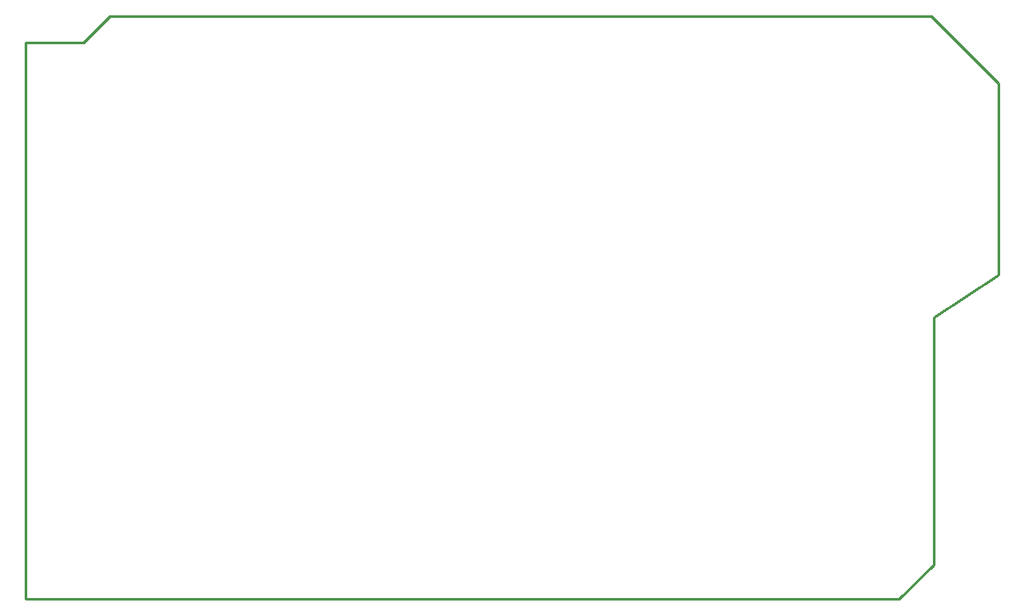
<source format=gko>
G04 Layer: BoardOutline*
G04 EasyEDA v6.1.49, Tue, 28 May 2019 14:16:05 GMT*
G04 625ac418817b4d458788558be5a2e594,cfe1dd9c90504c3bbdd6ef614714b9c7,10*
G04 Gerber Generator version 0.2*
G04 Scale: 100 percent, Rotated: No, Reflected: No *
G04 Dimensions in millimeters *
G04 leading zeros omitted , absolute positions ,3 integer and 3 decimal *
%FSLAX33Y33*%
%MOMM*%
G90*
G71D02*

%ADD10C,0.254000*%
G54D10*
G01X127Y55372D02*
G01X5715Y55372D01*
G01X8382Y58039D01*
G01X90043Y58039D01*
G01X96774Y51308D01*
G01X96774Y32258D01*
G01X90297Y28056D01*
G01X90297Y3429D01*
G01X86868Y0D01*
G01X0Y0D01*
G01X0Y55372D01*
G01X127Y55372D01*

%LPD*%
M00*
M02*

</source>
